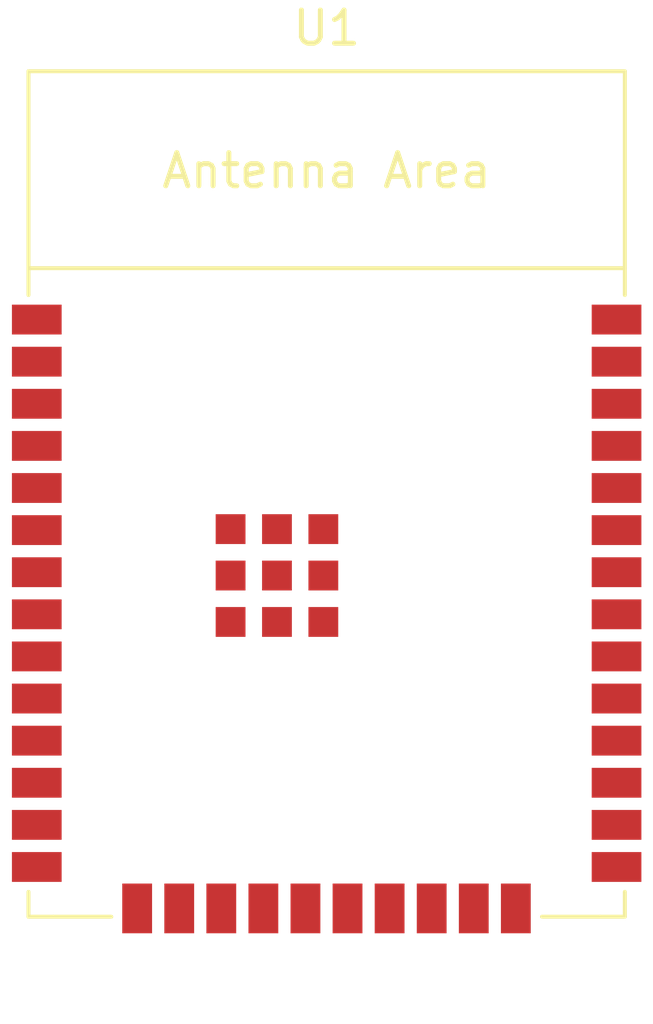
<source format=kicad_pcb>
(kicad_pcb (version 20221018) (generator pcbnew)
  (layers (0 "F.Cu" signal) (31 "B.Cu" signal) (34 "B.Paste" user) (35 "F.Paste" user) (36 "B.SilkS" user "B.Silkscreen") (37 "F.SilkS" user "F.Silkscreen") (38 "B.Mask" user) (39 "F.Mask" user) (44 "Edge.Cuts" user))
  (net 0 "")
  (footprint "Espressif:ESP32-WROOM-32E" (layer "F.Cu") (at 214.77 76.86)
    (fp_text reference "U1" (at 0 -15.8) (layer "F.SilkS"))
    (fp_text value "ESP32-DEVKITC")
    (fp_text user "Antenna Area" (at 0 -11.5) (layer "F.SilkS"))
    (fp_line (start -9 -14.5) (end -9 -7.75) (stroke (width 0.12)) (layer "F.SilkS"))
    (fp_line (start -9 -14.5) (end 9 -14.5) (stroke (width 0.12)) (layer "F.SilkS"))
    (fp_line (start -9 10.25) (end -9 11) (stroke (width 0.12)) (layer "F.SilkS"))
    (fp_line (start -9 11) (end -8.25 11) (stroke (width 0.12)) (layer "F.SilkS"))
    (fp_line (start -8.25 11) (end -6.5 11) (stroke (width 0.12)) (layer "F.SilkS"))
    (fp_line (start 8.25 11) (end 6.5 11) (stroke (width 0.12)) (layer "F.SilkS"))
    (fp_line (start 9 -14.5) (end 9 -7.75) (stroke (width 0.12)) (layer "F.SilkS"))
    (fp_line (start 9 -8.56) (end -9 -8.56) (stroke (width 0.12)) (layer "F.SilkS"))
    (fp_line (start 9 10.25) (end 9 11) (stroke (width 0.12)) (layer "F.SilkS"))
    (fp_line (start 9 11) (end 8.25 11) (stroke (width 0.12)) (layer "F.SilkS"))
    (pad "1" smd rect (at -8.75 -7.01) (size 1.5 0.9) (layers "F.Cu" "F.Paste" "F.Mask"))
    (pad "2" smd rect (at -8.75 -5.74) (size 1.5 0.9) (layers "F.Cu" "F.Paste" "F.Mask"))
    (pad "3" smd rect (at -8.75 -4.47) (size 1.5 0.9) (layers "F.Cu" "F.Paste" "F.Mask"))
    (pad "4" smd rect (at -8.75 -3.2) (size 1.5 0.9) (layers "F.Cu" "F.Paste" "F.Mask"))
    (pad "5" smd rect (at -8.75 -1.93) (size 1.5 0.9) (layers "F.Cu" "F.Paste" "F.Mask"))
    (pad "6" smd rect (at -8.75 -0.66) (size 1.5 0.9) (layers "F.Cu" "F.Paste" "F.Mask"))
    (pad "7" smd rect (at -8.75 0.61) (size 1.5 0.9) (layers "F.Cu" "F.Paste" "F.Mask"))
    (pad "8" smd rect (at -8.75 1.88) (size 1.5 0.9) (layers "F.Cu" "F.Paste" "F.Mask"))
    (pad "9" smd rect (at -8.75 3.15) (size 1.5 0.9) (layers "F.Cu" "F.Paste" "F.Mask"))
    (pad "10" smd rect (at -8.75 4.42) (size 1.5 0.9) (layers "F.Cu" "F.Paste" "F.Mask"))
    (pad "11" smd rect (at -8.75 5.69) (size 1.5 0.9) (layers "F.Cu" "F.Paste" "F.Mask"))
    (pad "12" smd rect (at -8.75 6.96) (size 1.5 0.9) (layers "F.Cu" "F.Paste" "F.Mask"))
    (pad "13" smd rect (at -8.75 8.23) (size 1.5 0.9) (layers "F.Cu" "F.Paste" "F.Mask"))
    (pad "14" smd rect (at -8.75 9.5) (size 1.5 0.9) (layers "F.Cu" "F.Paste" "F.Mask"))
    (pad "15" smd rect (at -5.72 10.75 90) (size 1.5 0.9) (layers "F.Cu" "F.Paste" "F.Mask"))
    (pad "16" smd rect (at -4.45 10.75 90) (size 1.5 0.9) (layers "F.Cu" "F.Paste" "F.Mask"))
    (pad "17" smd rect (at -3.18 10.75 90) (size 1.5 0.9) (layers "F.Cu" "F.Paste" "F.Mask"))
    (pad "18" smd rect (at -1.91 10.75 90) (size 1.5 0.9) (layers "F.Cu" "F.Paste" "F.Mask"))
    (pad "19" smd rect (at -0.64 10.75 90) (size 1.5 0.9) (layers "F.Cu" "F.Paste" "F.Mask"))
    (pad "20" smd rect (at 0.63 10.75 90) (size 1.5 0.9) (layers "F.Cu" "F.Paste" "F.Mask"))
    (pad "21" smd rect (at 1.9 10.75 90) (size 1.5 0.9) (layers "F.Cu" "F.Paste" "F.Mask"))
    (pad "22" smd rect (at 3.17 10.75 90) (size 1.5 0.9) (layers "F.Cu" "F.Paste" "F.Mask"))
    (pad "23" smd rect (at 4.44 10.75 90) (size 1.5 0.9) (layers "F.Cu" "F.Paste" "F.Mask"))
    (pad "24" smd rect (at 5.71 10.75 90) (size 1.5 0.9) (layers "F.Cu" "F.Paste" "F.Mask"))
    (pad "25" smd rect (at 8.75 9.5 180) (size 1.5 0.9) (layers "F.Cu" "F.Paste" "F.Mask"))
    (pad "26" smd rect (at 8.75 8.23 180) (size 1.5 0.9) (layers "F.Cu" "F.Paste" "F.Mask"))
    (pad "27" smd rect (at 8.75 6.96 180) (size 1.5 0.9) (layers "F.Cu" "F.Paste" "F.Mask"))
    (pad "28" smd rect (at 8.75 5.69 180) (size 1.5 0.9) (layers "F.Cu" "F.Paste" "F.Mask"))
    (pad "29" smd rect (at 8.75 4.42 180) (size 1.5 0.9) (layers "F.Cu" "F.Paste" "F.Mask"))
    (pad "30" smd rect (at 8.75 3.15 180) (size 1.5 0.9) (layers "F.Cu" "F.Paste" "F.Mask"))
    (pad "31" smd rect (at 8.75 1.88 180) (size 1.5 0.9) (layers "F.Cu" "F.Paste" "F.Mask"))
    (pad "32" smd rect (at 8.75 0.61 180) (size 1.5 0.9) (layers "F.Cu" "F.Paste" "F.Mask"))
    (pad "33" smd rect (at 8.75 -0.66 180) (size 1.5 0.9) (layers "F.Cu" "F.Paste" "F.Mask"))
    (pad "34" smd rect (at 8.75 -1.93 180) (size 1.5 0.9) (layers "F.Cu" "F.Paste" "F.Mask"))
    (pad "35" smd rect (at 8.75 -3.2 180) (size 1.5 0.9) (layers "F.Cu" "F.Paste" "F.Mask"))
    (pad "36" smd rect (at 8.75 -4.47 180) (size 1.5 0.9) (layers "F.Cu" "F.Paste" "F.Mask"))
    (pad "37" smd rect (at 8.75 -5.74 180) (size 1.5 0.9) (layers "F.Cu" "F.Paste" "F.Mask"))
    (pad "38" smd rect (at 8.75 -7.01 180) (size 1.5 0.9) (layers "F.Cu" "F.Paste" "F.Mask"))
    (pad "39" smd rect (at -2.9 -0.69 180) (size 0.9 0.9) (layers "F.Cu" "F.Paste" "F.Mask"))
    (pad "39" smd rect (at -2.9 0.71 180) (size 0.9 0.9) (layers "F.Cu" "F.Paste" "F.Mask"))
    (pad "39" smd rect (at -2.9 2.11 180) (size 0.9 0.9) (layers "F.Cu" "F.Paste" "F.Mask"))
    (pad "39" smd rect (at -1.5 -0.69 180) (size 0.9 0.9) (layers "F.Cu" "F.Paste" "F.Mask"))
    (pad "39" smd rect (at -1.5 0.71 180) (size 0.9 0.9) (layers "F.Cu" "F.Paste" "F.Mask"))
    (pad "39" smd rect (at -1.5 2.11 180) (size 0.9 0.9) (layers "F.Cu" "F.Paste" "F.Mask"))
    (pad "39" smd rect (at -0.1 -0.69 180) (size 0.9 0.9) (layers "F.Cu" "F.Paste" "F.Mask"))
    (pad "39" smd rect (at -0.1 0.71 180) (size 0.9 0.9) (layers "F.Cu" "F.Paste" "F.Mask"))
    (pad "39" smd rect (at -0.1 2.11 180) (size 0.9 0.9) (layers "F.Cu" "F.Paste" "F.Mask"))
  )
)
</source>
